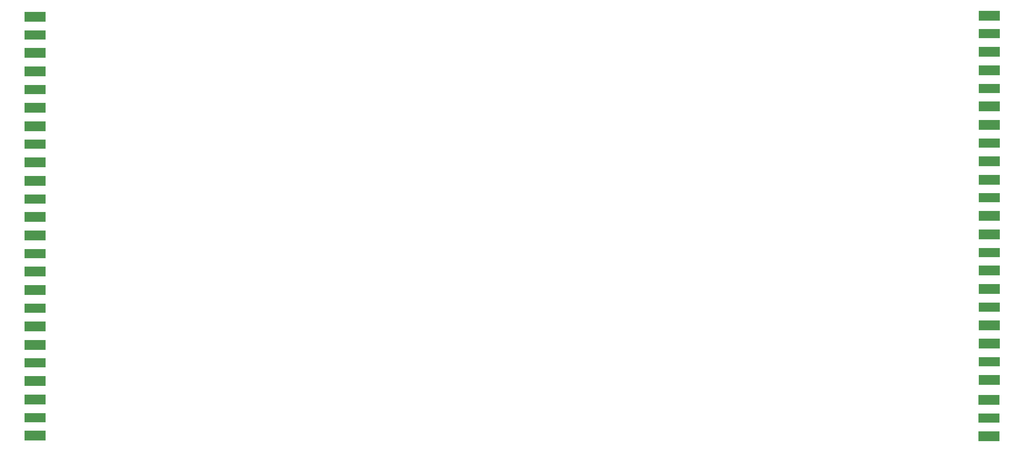
<source format=gbr>
%TF.GenerationSoftware,KiCad,Pcbnew,8.0.3*%
%TF.CreationDate,2024-07-10T09:14:50+07:00*%
%TF.ProjectId,probe,70726f62-652e-46b6-9963-61645f706362,rev?*%
%TF.SameCoordinates,Original*%
%TF.FileFunction,Paste,Top*%
%TF.FilePolarity,Positive*%
%FSLAX46Y46*%
G04 Gerber Fmt 4.6, Leading zero omitted, Abs format (unit mm)*
G04 Created by KiCad (PCBNEW 8.0.3) date 2024-07-10 09:14:50*
%MOMM*%
%LPD*%
G01*
G04 APERTURE LIST*
%ADD10R,5.080000X2.290000*%
%ADD11R,5.080000X2.420000*%
G04 APERTURE END LIST*
D10*
%TO.C,J6*%
X149250000Y-212400000D03*
D11*
X149250000Y-208020000D03*
X149250000Y-216780000D03*
%TD*%
D10*
%TO.C,J2*%
X149250000Y-159480000D03*
D11*
X149250000Y-155100000D03*
X149250000Y-163860000D03*
%TD*%
D10*
%TO.C,J16*%
X379680000Y-239000000D03*
D11*
X379680000Y-243380000D03*
X379680000Y-234620000D03*
%TD*%
D10*
%TO.C,J5*%
X149250000Y-199170000D03*
D11*
X149250000Y-194790000D03*
X149250000Y-203550000D03*
%TD*%
D10*
%TO.C,J12*%
X379720000Y-185665375D03*
D11*
X379720000Y-190045375D03*
X379720000Y-181285375D03*
%TD*%
D10*
%TO.C,J3*%
X149250000Y-172710000D03*
D11*
X149250000Y-168330000D03*
X149250000Y-177090000D03*
%TD*%
D10*
%TO.C,J8*%
X149250000Y-238860000D03*
D11*
X149250000Y-234480000D03*
X149250000Y-243240000D03*
%TD*%
D10*
%TO.C,J11*%
X379720000Y-172435375D03*
D11*
X379720000Y-176815375D03*
X379720000Y-168055375D03*
%TD*%
D10*
%TO.C,J13*%
X379720000Y-198895375D03*
D11*
X379720000Y-203275375D03*
X379720000Y-194515375D03*
%TD*%
D10*
%TO.C,J15*%
X379720000Y-225355375D03*
D11*
X379720000Y-229735375D03*
X379720000Y-220975375D03*
%TD*%
D10*
%TO.C,J1*%
X149250000Y-146250000D03*
D11*
X149250000Y-141870000D03*
X149250000Y-150630000D03*
%TD*%
D10*
%TO.C,J14*%
X379720000Y-212125375D03*
D11*
X379720000Y-216505375D03*
X379720000Y-207745375D03*
%TD*%
D10*
%TO.C,J4*%
X149250000Y-185940000D03*
D11*
X149250000Y-181560000D03*
X149250000Y-190320000D03*
%TD*%
D10*
%TO.C,J7*%
X149250000Y-225630000D03*
D11*
X149250000Y-221250000D03*
X149250000Y-230010000D03*
%TD*%
D10*
%TO.C,J9*%
X379720000Y-145975375D03*
D11*
X379720000Y-150355375D03*
X379720000Y-141595375D03*
%TD*%
D10*
%TO.C,J10*%
X379720000Y-159205375D03*
D11*
X379720000Y-163585375D03*
X379720000Y-154825375D03*
%TD*%
M02*

</source>
